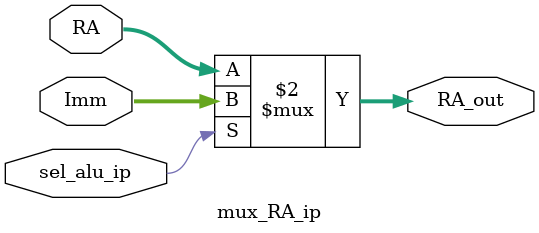
<source format=v>
`timescale 1ns / 1ps


module mux_RA_ip(Imm, RA, sel_alu_ip, RA_out);

input [7:0]RA;      //normal
input [7:0]Imm;   //LDI
input sel_alu_ip;
output [7:0]RA_out;

assign RA_out = (sel_alu_ip==1'b1)? Imm : RA;
 
endmodule

</source>
